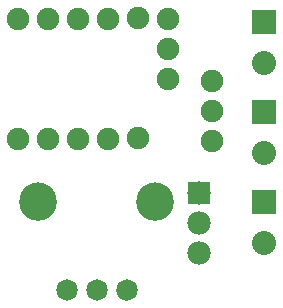
<source format=gbl>
G04 MADE WITH FRITZING*
G04 WWW.FRITZING.ORG*
G04 DOUBLE SIDED*
G04 HOLES PLATED*
G04 CONTOUR ON CENTER OF CONTOUR VECTOR*
%ASAXBY*%
%FSLAX23Y23*%
%MOIN*%
%OFA0B0*%
%SFA1.0B1.0*%
%ADD10C,0.075000*%
%ADD11C,0.080000*%
%ADD12C,0.071889*%
%ADD13C,0.071917*%
%ADD14C,0.124033*%
%ADD15C,0.078000*%
%ADD16C,0.125984*%
%ADD17R,0.080000X0.080000*%
%ADD18R,0.078000X0.078000*%
%LNCOPPER0*%
G90*
G70*
G54D10*
X212Y988D03*
X212Y588D03*
X312Y988D03*
X312Y588D03*
X113Y588D03*
X113Y988D03*
X412Y988D03*
X412Y588D03*
X512Y989D03*
X512Y589D03*
G54D11*
X933Y377D03*
X933Y239D03*
G54D10*
X761Y781D03*
X761Y681D03*
X761Y581D03*
X614Y786D03*
X614Y886D03*
X614Y986D03*
G54D12*
X276Y84D03*
X376Y84D03*
G54D13*
X476Y84D03*
G54D14*
X181Y380D03*
X570Y380D03*
G54D15*
X715Y408D03*
X715Y308D03*
X715Y208D03*
G54D11*
X933Y677D03*
X933Y539D03*
X933Y977D03*
X933Y839D03*
G54D16*
X181Y378D03*
X570Y378D03*
G54D17*
X933Y377D03*
G54D18*
X715Y408D03*
G54D17*
X933Y677D03*
X933Y977D03*
G04 End of Copper0*
M02*
</source>
